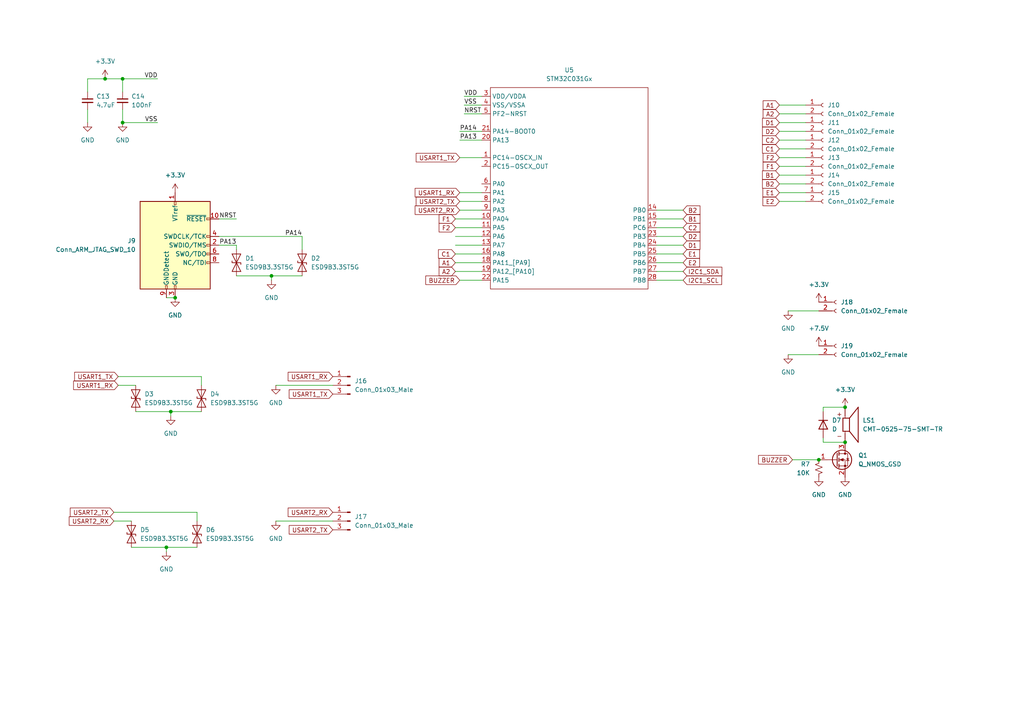
<source format=kicad_sch>
(kicad_sch (version 20250114) (generator "eeschema") (generator_version "9.0")
  (paper "A4")
  (lib_symbols
    (symbol "CMT-0525-75-SMT-TR:CMT-0525-75-SMT-TR" (pin_numbers (hide yes)) (pin_names (offset 1.016) (hide yes))
      (property "Reference" "LS" (at -3.81 8.89 0))
      (property "Value" "CMT-0525-75-SMT-TR" (at -3.81 -10.16 0))
      (symbol "CMT-0525-75-SMT-TR_0_0"
        (polyline (pts (xy -0.635 1.905) (xy -0.635 -1.905)) (stroke (width 0.254)))
        (polyline (pts (xy -0.635 1.905) (xy 0 1.905)) (stroke (width 0.254)))
        (polyline (pts (xy -0.635 -1.905) (xy 0 -1.905)) (stroke (width 0.254)))
        (polyline (pts (xy 0 2.54) (xy 0 1.905)) (stroke (width 0.1524)))
        (polyline (pts (xy 0 1.905) (xy 1.27 1.905)) (stroke (width 0.254)))
        (polyline (pts (xy 0 -1.905) (xy 1.27 -1.905)) (stroke (width 0.254)))
        (polyline (pts (xy 0 -2.54) (xy 0 -1.905)) (stroke (width 0.1524)))
        (polyline (pts (xy 1.27 1.905) (xy 3.81 5.08)) (stroke (width 0.254)))
        (polyline (pts (xy 1.27 -1.905) (xy 1.27 1.905)) (stroke (width 0.254)))
        (polyline (pts (xy 1.27 -1.905) (xy 3.81 -5.08)) (stroke (width 0.254)))
        (polyline (pts (xy 3.81 -5.08) (xy 3.81 5.08)) (stroke (width 0.254)))
        (text "+" (at -2.54 3.81 0) (effects (font (size 1.27 1.27)) (justify left top)))
        (text "-" (at -2.54 -2.54 0) (effects (font (size 1.27 1.27)) (justify left top)))
        (pin passive line (at 0 5.08 270) (length 2.54) (name "~") (number "P"))
        (pin passive line (at 0 -5.08 90) (length 2.54) (name "~") (number "N"))
      )
    )
    (symbol "Connector:Conn_01x02_Female" (pin_names (offset 1.016) (hide yes))
      (property "Reference" "J" (at 0 2.54 0))
      (property "Value" "Conn_01x02_Female" (at 0 -5.08 0))
      (symbol "Conn_01x02_Female_1_1"
        (polyline (pts (xy -1.27 0) (xy -0.508 0)) (stroke (width 0.1524)))
        (polyline (pts (xy -1.27 -2.54) (xy -0.508 -2.54)) (stroke (width 0.1524)))
        (arc (start 0 -0.508) (mid -0.5058 0) (end 0 0.508) (stroke (width 0.1524)))
        (arc (start 0 -3.048) (mid -0.5058 -2.54) (end 0 -2.032) (stroke (width 0.1524)))
        (pin passive line (at -5.08 0 0) (length 3.81) (name "Pin_1") (number "1"))
        (pin passive line (at -5.08 -2.54 0) (length 3.81) (name "Pin_2") (number "2"))
      )
    )
    (symbol "Connector:Conn_01x03_Male" (pin_names (offset 1.016) (hide yes))
      (property "Reference" "J" (at 0 5.08 0))
      (property "Value" "Conn_01x03_Male" (at 0 -5.08 0))
      (symbol "Conn_01x03_Male_1_1"
        (rectangle (start 0.8636 2.667) (end 0 2.413) (stroke (width 0.1524)) (fill (type outline)))
        (rectangle (start 0.8636 0.127) (end 0 -0.127) (stroke (width 0.1524)) (fill (type outline)))
        (rectangle (start 0.8636 -2.413) (end 0 -2.667) (stroke (width 0.1524)) (fill (type outline)))
        (polyline (pts (xy 1.27 2.54) (xy 0.8636 2.54)) (stroke (width 0.1524)))
        (polyline (pts (xy 1.27 0) (xy 0.8636 0)) (stroke (width 0.1524)))
        (polyline (pts (xy 1.27 -2.54) (xy 0.8636 -2.54)) (stroke (width 0.1524)))
        (pin passive line (at 5.08 2.54 180) (length 3.81) (name "Pin_1") (number "1"))
        (pin passive line (at 5.08 0 180) (length 3.81) (name "Pin_2") (number "2"))
        (pin passive line (at 5.08 -2.54 180) (length 3.81) (name "Pin_3") (number "3"))
      )
    )
    (symbol "Connector:Conn_ARM_JTAG_SWD_10" (pin_names (offset 1.016))
      (property "Reference" "J" (at -2.54 16.51 0))
      (property "Value" "Conn_ARM_JTAG_SWD_10" (at -2.54 13.97 0))
      (symbol "Conn_ARM_JTAG_SWD_10_0_1"
        (rectangle (start -10.16 12.7) (end 10.16 -12.7) (stroke (width 0.254)) (fill (type background)))
        (rectangle (start -2.794 -12.7) (end -2.286 -11.684))
        (rectangle (start -0.254 12.7) (end 0.254 11.684))
        (rectangle (start -0.254 -12.7) (end 0.254 -11.684))
        (rectangle (start 9.144 2.286) (end 10.16 2.794))
        (rectangle (start 10.16 7.874) (end 9.144 7.366))
        (rectangle (start 10.16 -0.254) (end 9.144 0.254))
        (rectangle (start 10.16 -2.794) (end 9.144 -2.286))
      )
      (symbol "Conn_ARM_JTAG_SWD_10_1_1"
        (rectangle (start 9.144 -5.334) (end 10.16 -4.826))
        (pin no_connect line (at -10.16 0 0) (length 2.54) (hide yes) (name "KEY") (number "7"))
        (pin passive line (at -2.54 -15.24 90) (length 2.54) (name "GNDDetect") (number "9"))
        (pin power_in line (at 0 15.24 270) (length 2.54) (name "VTref") (number "1"))
        (pin power_in line (at 0 -15.24 90) (length 2.54) (name "GND") (number "3"))
        (pin passive line (at 0 -15.24 90) (length 2.54) (hide yes) (name "GND") (number "5"))
        (pin open_collector line (at 12.7 7.62 180) (length 2.54) (name "~{RESET}") (number "10"))
        (pin output line (at 12.7 2.54 180) (length 2.54) (name "SWDCLK/TCK") (number "4"))
        (pin bidirectional line (at 12.7 0 180) (length 2.54) (name "SWDIO/TMS") (number "2"))
        (pin input line (at 12.7 -2.54 180) (length 2.54) (name "SWO/TDO") (number "6"))
        (pin output line (at 12.7 -5.08 180) (length 2.54) (name "NC/TDI") (number "8"))
      )
    )
    (symbol "Device:C_Small" (pin_numbers (hide yes)) (pin_names (offset 0.254) (hide yes))
      (property "Reference" "C" (at 0.254 1.778 0))
      (property "Value" "C_Small" (at 0.254 -2.032 0))
      (symbol "C_Small_0_1"
        (polyline (pts (xy -1.524 0.508) (xy 1.524 0.508)) (stroke (width 0.3048)))
        (polyline (pts (xy -1.524 -0.508) (xy 1.524 -0.508)) (stroke (width 0.3302)))
      )
      (symbol "C_Small_1_1"
        (pin passive line (at 0 2.54 270) (length 2.032) (name "~") (number "1"))
        (pin passive line (at 0 -2.54 90) (length 2.032) (name "~") (number "2"))
      )
    )
    (symbol "Device:D" (pin_numbers (hide yes)) (pin_names (offset 1.016) (hide yes))
      (property "Reference" "D" (at 0 2.54 0))
      (property "Value" "D" (at 0 -2.54 0))
      (symbol "D_0_1"
        (polyline (pts (xy -1.27 1.27) (xy -1.27 -1.27)) (stroke (width 0.254)))
        (polyline (pts (xy 1.27 1.27) (xy 1.27 -1.27) (xy -1.27 0) (xy 1.27 1.27)) (stroke (width 0.254)))
        (polyline (pts (xy 1.27 0) (xy -1.27 0)))
      )
      (symbol "D_1_1"
        (pin passive line (at -3.81 0 0) (length 2.54) (name "K") (number "1"))
        (pin passive line (at 3.81 0 180) (length 2.54) (name "A") (number "2"))
      )
    )
    (symbol "Device:R_Small_US" (pin_numbers (hide yes)) (pin_names (offset 0.254) (hide yes))
      (property "Reference" "R" (at 0.762 0.508 0))
      (property "Value" "R_Small_US" (at 0.762 -1.016 0))
      (symbol "R_Small_US_1_1"
        (polyline (pts (xy 0 1.524) (xy 1.016 1.143) (xy 0 0.762) (xy -1.016 0.381) (xy 0 0)))
        (polyline (pts (xy 0 0) (xy 1.016 -0.381) (xy 0 -0.762) (xy -1.016 -1.143) (xy 0 -1.524)))
        (pin passive line (at 0 2.54 270) (length 1.016) (name "~") (number "1"))
        (pin passive line (at 0 -2.54 90) (length 1.016) (name "~") (number "2"))
      )
    )
    (symbol "Diode:ESD9B3.3ST5G" (pin_numbers (hide yes)) (pin_names (offset 1.016) (hide yes))
      (property "Reference" "D" (at 0 2.54 0))
      (property "Value" "ESD9B3.3ST5G" (at 0 -2.54 0))
      (symbol "ESD9B3.3ST5G_0_1"
        (polyline (pts (xy -2.54 -1.27) (xy 0 0) (xy -2.54 1.27) (xy -2.54 -1.27)) (stroke (width 0.2032)))
        (polyline (pts (xy 0.508 1.27) (xy 0 1.27) (xy 0 -1.27) (xy -0.508 -1.27)) (stroke (width 0.2032)))
        (polyline (pts (xy 1.27 0) (xy -1.27 0)))
        (polyline (pts (xy 2.54 1.27) (xy 2.54 -1.27) (xy 0 0) (xy 2.54 1.27)) (stroke (width 0.2032)))
      )
      (symbol "ESD9B3.3ST5G_1_1"
        (pin passive line (at -3.81 0 0) (length 2.54) (name "A1") (number "1"))
        (pin passive line (at 3.81 0 180) (length 2.54) (name "A2") (number "2"))
      )
    )
    (symbol "STM32C031G:STM32C031Gx"
      (property "Reference" "U" (at 0 -2.54 0))
      (property "Value" "STM32C031Gx" (at 16.51 -64.77 0))
      (symbol "STM32C031Gx_0_1"
        (rectangle (start -22.86 -5.08) (end 22.86 -63.5))
      )
      (symbol "STM32C031Gx_1_1"
        (pin input line (at -25.4 -7.62 0) (length 2.54) (name "VDD/VDDA") (number "3"))
        (pin input line (at -25.4 -10.16 0) (length 2.54) (name "VSS/VSSA") (number "4"))
        (pin input line (at -25.4 -12.7 0) (length 2.54) (name "PF2-NRST") (number "5"))
        (pin input line (at -25.4 -17.78 0) (length 2.54) (name "PA14-BOOT0") (number "21"))
        (pin input line (at -25.4 -20.32 0) (length 2.54) (name "PA13") (number "20"))
        (pin input line (at -25.4 -25.4 0) (length 2.54) (name "PC14-OSCX_IN") (number "1"))
        (pin input line (at -25.4 -27.94 0) (length 2.54) (name "PC15-OSCX_OUT") (number "2"))
        (pin input line (at -25.4 -33.02 0) (length 2.54) (name "PA0") (number "6"))
        (pin input line (at -25.4 -35.56 0) (length 2.54) (name "PA1") (number "7"))
        (pin input line (at -25.4 -38.1 0) (length 2.54) (name "PA2") (number "8"))
        (pin input line (at -25.4 -40.64 0) (length 2.54) (name "PA3") (number "9"))
        (pin input line (at -25.4 -43.18 0) (length 2.54) (name "PA04") (number "10"))
        (pin input line (at -25.4 -45.72 0) (length 2.54) (name "PA5") (number "11"))
        (pin input line (at -25.4 -48.26 0) (length 2.54) (name "PA6") (number "12"))
        (pin input line (at -25.4 -50.8 0) (length 2.54) (name "PA7") (number "13"))
        (pin input line (at -25.4 -53.34 0) (length 2.54) (name "PA8") (number "16"))
        (pin input line (at -25.4 -55.88 0) (length 2.54) (name "PA11_[PA9]") (number "18"))
        (pin input line (at -25.4 -58.42 0) (length 2.54) (name "PA12_[PA10]") (number "19"))
        (pin input line (at -25.4 -60.96 0) (length 2.54) (name "PA15") (number "22"))
        (pin input line (at 25.4 -40.64 180) (length 2.54) (name "PB0") (number "14"))
        (pin input line (at 25.4 -43.18 180) (length 2.54) (name "PB1") (number "15"))
        (pin input line (at 25.4 -45.72 180) (length 2.54) (name "PC6") (number "17"))
        (pin input line (at 25.4 -48.26 180) (length 2.54) (name "PB3") (number "23"))
        (pin input line (at 25.4 -50.8 180) (length 2.54) (name "PB4") (number "24"))
        (pin input line (at 25.4 -53.34 180) (length 2.54) (name "PB5") (number "25"))
        (pin input line (at 25.4 -55.88 180) (length 2.54) (name "PB6") (number "26"))
        (pin input line (at 25.4 -58.42 180) (length 2.54) (name "PB7") (number "27"))
        (pin input line (at 25.4 -60.96 180) (length 2.54) (name "PB8") (number "28"))
      )
    )
    (symbol "Transistor_FET:Q_NMOS_GSD" (pin_names (offset 0) (hide yes))
      (property "Reference" "Q" (at 5.08 1.905 0))
      (property "Value" "Q_NMOS_GSD" (at 5.08 0 0))
      (symbol "Q_NMOS_GSD_0_1"
        (polyline (pts (xy 0.254 1.905) (xy 0.254 -1.905)) (stroke (width 0.254)))
        (polyline (pts (xy 0.254 0) (xy -2.54 0)))
        (polyline (pts (xy 0.762 2.286) (xy 0.762 1.27)) (stroke (width 0.254)))
        (polyline (pts (xy 0.762 0.508) (xy 0.762 -0.508)) (stroke (width 0.254)))
        (polyline (pts (xy 0.762 -1.27) (xy 0.762 -2.286)) (stroke (width 0.254)))
        (polyline (pts (xy 0.762 -1.778) (xy 3.302 -1.778) (xy 3.302 1.778) (xy 0.762 1.778)))
        (polyline (pts (xy 1.016 0) (xy 2.032 0.381) (xy 2.032 -0.381) (xy 1.016 0)) (fill (type outline)))
        (circle (center 1.651 0) (radius 2.794) (stroke (width 0.254)))
        (polyline (pts (xy 2.54 2.54) (xy 2.54 1.778)))
        (circle (center 2.54 1.778) (radius 0.254) (fill (type outline)))
        (circle (center 2.54 -1.778) (radius 0.254) (fill (type outline)))
        (polyline (pts (xy 2.54 -2.54) (xy 2.54 0) (xy 0.762 0)))
        (polyline (pts (xy 2.921 0.381) (xy 3.683 0.381)))
        (polyline (pts (xy 3.302 0.381) (xy 2.921 -0.254) (xy 3.683 -0.254) (xy 3.302 0.381)))
      )
      (symbol "Q_NMOS_GSD_1_1"
        (pin input line (at -5.08 0 0) (length 2.54) (name "G") (number "1"))
        (pin passive line (at 2.54 5.08 270) (length 2.54) (name "D") (number "3"))
        (pin passive line (at 2.54 -5.08 90) (length 2.54) (name "S") (number "2"))
      )
    )
    (symbol "power:+3.3V" (power) (pin_names (offset 0))
      (property "Value" "+3.3V" (at 0 3.556 0))
      (symbol "+3.3V_0_1"
        (polyline (pts (xy -0.762 1.27) (xy 0 2.54)))
        (polyline (pts (xy 0 2.54) (xy 0.762 1.27)))
        (polyline (pts (xy 0 0) (xy 0 2.54)))
      )
      (symbol "+3.3V_1_1"
        (pin power_in line (at 0 0 90) (length 0) (hide yes) (name "+3.3V") (number "1"))
      )
    )
    (symbol "power:+7.5V" (power) (pin_names (offset 0))
      (property "Value" "+7.5V" (at 0 3.556 0))
      (symbol "+7.5V_0_1"
        (polyline (pts (xy -0.762 1.27) (xy 0 2.54)))
        (polyline (pts (xy 0 2.54) (xy 0.762 1.27)))
        (polyline (pts (xy 0 0) (xy 0 2.54)))
      )
      (symbol "+7.5V_1_1"
        (pin power_in line (at 0 0 90) (length 0) (hide yes) (name "+7.5V") (number "1"))
      )
    )
    (symbol "power:GND" (power) (pin_names (offset 0))
      (property "Value" "GND" (at 0 -3.81 0))
      (symbol "GND_0_1"
        (polyline (pts (xy 0 0) (xy 0 -1.27) (xy 1.27 -1.27) (xy 0 -2.54) (xy -1.27 -1.27) (xy 0 -1.27)))
      )
      (symbol "GND_1_1"
        (pin power_in line (at 0 0 270) (length 0) (hide yes) (name "GND") (number "1"))
      )
    )
  )
  (junction (at 245.11 118.11))
  (junction (at 245.11 128.27))
  (junction (at 48.26 158.75))
  (junction (at 35.56 35.56))
  (junction (at 35.56 22.86))
  (junction (at 237.49 133.35))
  (junction (at 50.8 86.36))
  (junction (at 30.48 22.86))
  (junction (at 49.53 119.38))
  (junction (at 78.74 80.01))
  (wire (pts (xy 229.87 133.35) (xy 237.49 133.35)))
  (wire (pts (xy 38.1 158.75) (xy 48.26 158.75)))
  (wire (pts (xy 57.15 148.59) (xy 57.15 151.13)))
  (wire (pts (xy 134.62 33.02) (xy 139.7 33.02)))
  (wire (pts (xy 226.06 38.1) (xy 233.68 38.1)))
  (wire (pts (xy 63.5 68.58) (xy 87.63 68.58)))
  (wire (pts (xy 133.35 60.96) (xy 139.7 60.96)))
  (wire (pts (xy 132.08 68.58) (xy 139.7 68.58)))
  (wire (pts (xy 63.5 71.12) (xy 68.58 71.12)))
  (wire (pts (xy 35.56 31.75) (xy 35.56 35.56)))
  (wire (pts (xy 198.12 71.12) (xy 190.5 71.12)))
  (wire (pts (xy 33.02 151.13) (xy 38.1 151.13)))
  (wire (pts (xy 132.08 73.66) (xy 139.7 73.66)))
  (wire (pts (xy 198.12 78.74) (xy 190.5 78.74)))
  (wire (pts (xy 139.7 40.64) (xy 133.35 40.64)))
  (wire (pts (xy 226.06 30.48) (xy 233.68 30.48)))
  (wire (pts (xy 39.37 119.38) (xy 49.53 119.38)))
  (wire (pts (xy 226.06 40.64) (xy 233.68 40.64)))
  (wire (pts (xy 133.35 81.28) (xy 139.7 81.28)))
  (wire (pts (xy 63.5 63.5) (xy 68.58 63.5)))
  (wire (pts (xy 48.26 158.75) (xy 48.26 160.02)))
  (wire (pts (xy 58.42 109.22) (xy 58.42 111.76)))
  (wire (pts (xy 34.29 109.22) (xy 58.42 109.22)))
  (wire (pts (xy 228.6 90.17) (xy 237.49 90.17)))
  (wire (pts (xy 48.26 158.75) (xy 57.15 158.75)))
  (wire (pts (xy 226.06 35.56) (xy 233.68 35.56)))
  (wire (pts (xy 238.76 128.27) (xy 245.11 128.27)))
  (wire (pts (xy 132.08 66.04) (xy 139.7 66.04)))
  (wire (pts (xy 49.53 119.38) (xy 49.53 120.65)))
  (wire (pts (xy 226.06 43.18) (xy 233.68 43.18)))
  (wire (pts (xy 238.76 118.11) (xy 245.11 118.11)))
  (wire (pts (xy 237.49 102.87) (xy 228.6 102.87)))
  (wire (pts (xy 134.62 30.48) (xy 139.7 30.48)))
  (wire (pts (xy 238.76 128.27) (xy 238.76 127)))
  (wire (pts (xy 226.06 50.8) (xy 233.68 50.8)))
  (wire (pts (xy 133.35 45.72) (xy 139.7 45.72)))
  (wire (pts (xy 48.26 86.36) (xy 50.8 86.36)))
  (wire (pts (xy 226.06 58.42) (xy 233.68 58.42)))
  (wire (pts (xy 80.01 151.13) (xy 96.52 151.13)))
  (wire (pts (xy 78.74 80.01) (xy 87.63 80.01)))
  (wire (pts (xy 133.35 55.88) (xy 139.7 55.88)))
  (wire (pts (xy 238.76 119.38) (xy 238.76 118.11)))
  (wire (pts (xy 35.56 22.86) (xy 35.56 26.67)))
  (wire (pts (xy 34.29 111.76) (xy 39.37 111.76)))
  (wire (pts (xy 132.08 76.2) (xy 139.7 76.2)))
  (wire (pts (xy 25.4 22.86) (xy 25.4 26.67)))
  (wire (pts (xy 198.12 81.28) (xy 190.5 81.28)))
  (wire (pts (xy 190.5 76.2) (xy 198.12 76.2)))
  (wire (pts (xy 25.4 22.86) (xy 30.48 22.86)))
  (wire (pts (xy 190.5 73.66) (xy 198.12 73.66)))
  (wire (pts (xy 33.02 148.59) (xy 57.15 148.59)))
  (wire (pts (xy 226.06 48.26) (xy 233.68 48.26)))
  (wire (pts (xy 25.4 35.56) (xy 25.4 31.75)))
  (wire (pts (xy 226.06 53.34) (xy 233.68 53.34)))
  (wire (pts (xy 133.35 58.42) (xy 139.7 58.42)))
  (wire (pts (xy 198.12 68.58) (xy 190.5 68.58)))
  (wire (pts (xy 198.12 60.96) (xy 190.5 60.96)))
  (wire (pts (xy 226.06 45.72) (xy 233.68 45.72)))
  (wire (pts (xy 226.06 55.88) (xy 233.68 55.88)))
  (wire (pts (xy 30.48 22.86) (xy 35.56 22.86)))
  (wire (pts (xy 198.12 63.5) (xy 190.5 63.5)))
  (wire (pts (xy 35.56 35.56) (xy 45.72 35.56)))
  (wire (pts (xy 49.53 119.38) (xy 58.42 119.38)))
  (wire (pts (xy 78.74 80.01) (xy 78.74 81.28)))
  (wire (pts (xy 68.58 80.01) (xy 78.74 80.01)))
  (wire (pts (xy 139.7 38.1) (xy 133.35 38.1)))
  (wire (pts (xy 68.58 71.12) (xy 68.58 72.39)))
  (wire (pts (xy 87.63 68.58) (xy 87.63 72.39)))
  (wire (pts (xy 198.12 66.04) (xy 190.5 66.04)))
  (wire (pts (xy 35.56 22.86) (xy 45.72 22.86)))
  (wire (pts (xy 132.08 63.5) (xy 139.7 63.5)))
  (wire (pts (xy 134.62 27.94) (xy 139.7 27.94)))
  (wire (pts (xy 80.01 111.76) (xy 96.52 111.76)))
  (wire (pts (xy 132.08 71.12) (xy 139.7 71.12)))
  (wire (pts (xy 226.06 33.02) (xy 233.68 33.02)))
  (wire (pts (xy 132.08 78.74) (xy 139.7 78.74)))
  (label "PA14" (at 87.63 68.58 180))
  (label "PA14" (at 133.35 38.1 0))
  (label "VDD" (at 45.72 22.86 180))
  (label "PA13" (at 133.35 40.64 0))
  (label "NRST" (at 134.62 33.02 0))
  (label "VSS" (at 134.62 30.48 0))
  (label "NRST" (at 68.58 63.5 180))
  (label "VDD" (at 134.62 27.94 0))
  (label "VSS" (at 45.72 35.56 180))
  (label "PA13" (at 68.58 71.12 180))
  (global_label "A2" (shape input) (at 226.06 33.02 180) (property "Intersheetrefs" "${INTERSHEET_REFS}" (effects (hide yes))))
  (global_label "C1" (shape input) (at 226.06 43.18 180) (property "Intersheetrefs" "${INTERSHEET_REFS}" (effects (hide yes))))
  (global_label "B2" (shape input) (at 198.12 60.96 0) (property "Intersheetrefs" "${INTERSHEET_REFS}" (effects (hide yes))))
  (global_label "F2" (shape input) (at 132.08 66.04 180) (property "Intersheetrefs" "${INTERSHEET_REFS}" (effects (hide yes))))
  (global_label "D2" (shape input) (at 226.06 38.1 180) (property "Intersheetrefs" "${INTERSHEET_REFS}" (effects (hide yes))))
  (global_label "B2" (shape input) (at 226.06 53.34 180) (property "Intersheetrefs" "${INTERSHEET_REFS}" (effects (hide yes))))
  (global_label "C2" (shape input) (at 226.06 40.64 180) (property "Intersheetrefs" "${INTERSHEET_REFS}" (effects (hide yes))))
  (global_label "C1" (shape input) (at 132.08 73.66 180) (property "Intersheetrefs" "${INTERSHEET_REFS}" (effects (hide yes))))
  (global_label "USART1_RX" (shape input) (at 96.52 109.22 180) (property "Intersheetrefs" "${INTERSHEET_REFS}" (effects (hide yes))))
  (global_label "E2" (shape input) (at 198.12 76.2 0) (property "Intersheetrefs" "${INTERSHEET_REFS}" (effects (hide yes))))
  (global_label "BUZZER" (shape input) (at 229.87 133.35 180) (property "Intersheetrefs" "${INTERSHEET_REFS}" (effects (hide yes))))
  (global_label "B1" (shape input) (at 198.12 63.5 0) (property "Intersheetrefs" "${INTERSHEET_REFS}" (effects (hide yes))))
  (global_label "USART2_RX" (shape input) (at 96.52 148.59 180) (property "Intersheetrefs" "${INTERSHEET_REFS}" (effects (hide yes))))
  (global_label "USART2_TX" (shape input) (at 96.52 153.67 180) (property "Intersheetrefs" "${INTERSHEET_REFS}" (effects (hide yes))))
  (global_label "F2" (shape input) (at 226.06 45.72 180) (property "Intersheetrefs" "${INTERSHEET_REFS}" (effects (hide yes))))
  (global_label "D2" (shape input) (at 198.12 68.58 0) (property "Intersheetrefs" "${INTERSHEET_REFS}" (effects (hide yes))))
  (global_label "A2" (shape input) (at 132.08 78.74 180) (property "Intersheetrefs" "${INTERSHEET_REFS}" (effects (hide yes))))
  (global_label "USART1_RX" (shape input) (at 133.35 55.88 180) (property "Intersheetrefs" "${INTERSHEET_REFS}" (effects (hide yes))))
  (global_label "USART2_RX" (shape input) (at 33.02 151.13 180) (property "Intersheetrefs" "${INTERSHEET_REFS}" (effects (hide yes))))
  (global_label "F1" (shape input) (at 132.08 63.5 180) (property "Intersheetrefs" "${INTERSHEET_REFS}" (effects (hide yes))))
  (global_label "A1" (shape input) (at 226.06 30.48 180) (property "Intersheetrefs" "${INTERSHEET_REFS}" (effects (hide yes))))
  (global_label "USART1_RX" (shape input) (at 34.29 111.76 180) (property "Intersheetrefs" "${INTERSHEET_REFS}" (effects (hide yes))))
  (global_label "E2" (shape input) (at 226.06 58.42 180) (property "Intersheetrefs" "${INTERSHEET_REFS}" (effects (hide yes))))
  (global_label "USART1_TX" (shape input) (at 133.35 45.72 180) (property "Intersheetrefs" "${INTERSHEET_REFS}" (effects (hide yes))))
  (global_label "E1" (shape input) (at 226.06 55.88 180) (property "Intersheetrefs" "${INTERSHEET_REFS}" (effects (hide yes))))
  (global_label "F1" (shape input) (at 226.06 48.26 180) (property "Intersheetrefs" "${INTERSHEET_REFS}" (effects (hide yes))))
  (global_label "A1" (shape input) (at 132.08 76.2 180) (property "Intersheetrefs" "${INTERSHEET_REFS}" (effects (hide yes))))
  (global_label "E1" (shape input) (at 198.12 73.66 0) (property "Intersheetrefs" "${INTERSHEET_REFS}" (effects (hide yes))))
  (global_label "I2C1_SCL" (shape input) (at 198.12 81.28 0) (property "Intersheetrefs" "${INTERSHEET_REFS}" (effects (hide yes))))
  (global_label "B1" (shape input) (at 226.06 50.8 180) (property "Intersheetrefs" "${INTERSHEET_REFS}" (effects (hide yes))))
  (global_label "USART2_RX" (shape input) (at 133.35 60.96 180) (property "Intersheetrefs" "${INTERSHEET_REFS}" (effects (hide yes))))
  (global_label "BUZZER" (shape input) (at 133.35 81.28 180) (property "Intersheetrefs" "${INTERSHEET_REFS}" (effects (hide yes))))
  (global_label "USART2_TX" (shape input) (at 33.02 148.59 180) (property "Intersheetrefs" "${INTERSHEET_REFS}" (effects (hide yes))))
  (global_label "USART1_TX" (shape input) (at 96.52 114.3 180) (property "Intersheetrefs" "${INTERSHEET_REFS}" (effects (hide yes))))
  (global_label "USART2_TX" (shape input) (at 133.35 58.42 180) (property "Intersheetrefs" "${INTERSHEET_REFS}" (effects (hide yes))))
  (global_label "D1" (shape input) (at 198.12 71.12 0) (property "Intersheetrefs" "${INTERSHEET_REFS}" (effects (hide yes))))
  (global_label "USART1_TX" (shape input) (at 34.29 109.22 180) (property "Intersheetrefs" "${INTERSHEET_REFS}" (effects (hide yes))))
  (global_label "C2" (shape input) (at 198.12 66.04 0) (property "Intersheetrefs" "${INTERSHEET_REFS}" (effects (hide yes))))
  (global_label "D1" (shape input) (at 226.06 35.56 180) (property "Intersheetrefs" "${INTERSHEET_REFS}" (effects (hide yes))))
  (global_label "I2C1_SDA" (shape input) (at 198.12 78.74 0) (property "Intersheetrefs" "${INTERSHEET_REFS}" (effects (hide yes))))
  (symbol (lib_id "Device:C_Small") (at 35.56 29.21 0) (unit 1)
    (property "Reference" "C14" (at 38.1 27.9462 0) (effects (justify left)))
    (property "Value" "100nF" (at 38.1 30.4862 0) (effects (justify left)))
    (property "Footprint" "Capacitor_SMD:C_0603_1608Metric_Pad1.08x0.95mm_HandSolder" (effects (hide yes)))
  )
  (symbol (lib_id "Diode:ESD9B3.3ST5G") (at 87.63 76.2 90) (unit 1)
    (property "Reference" "D2" (at 90.17 74.9299 90) (effects (justify right)))
    (property "Value" "ESD9B3.3ST5G" (at 90.17 77.4699 90) (effects (justify right)))
    (property "Footprint" "Diode_SMD:D_SOD-923" (effects (hide yes)))
    (property "Datasheet" "https://www.onsemi.com/pub/Collateral/ESD9B-D.PDF" (effects (hide yes)))
  )
  (symbol (lib_id "Connector:Conn_01x02_Female") (at 238.76 45.72 0) (unit 1)
    (property "Reference" "J13" (at 240.03 45.7199 0) (effects (justify left)))
    (property "Value" "Conn_01x02_Female" (at 240.03 48.26 0) (effects (justify left)))
    (property "Footprint" "Connector_PinSocket_2.54mm:PinSocket_1x02_P2.54mm_Vertical" (effects (hide yes)))
  )
  (symbol (lib_id "Connector:Conn_01x03_Male") (at 101.6 111.76 0) (mirror y) (unit 1)
    (property "Reference" "J16" (at 102.87 110.4899 0) (effects (justify right)))
    (property "Value" "Conn_01x03_Male" (at 102.87 113.0299 0) (effects (justify right)))
    (property "Footprint" "Connector_JST:JST_PH_S3B-PH-K_1x03_P2.00mm_Horizontal" (effects (hide yes)))
  )
  (symbol (lib_id "Connector:Conn_01x03_Male") (at 101.6 151.13 0) (mirror y) (unit 1)
    (property "Reference" "J17" (at 102.87 149.8599 0) (effects (justify right)))
    (property "Value" "Conn_01x03_Male" (at 102.87 152.3999 0) (effects (justify right)))
    (property "Footprint" "Connector_JST:JST_PH_S3B-PH-K_1x03_P2.00mm_Horizontal" (effects (hide yes)))
  )
  (symbol (lib_id "Connector:Conn_01x02_Female") (at 238.76 50.8 0) (unit 1)
    (property "Reference" "J14" (at 240.03 50.7999 0) (effects (justify left)))
    (property "Value" "Conn_01x02_Female" (at 240.03 53.3399 0) (effects (justify left)))
    (property "Footprint" "Connector_PinSocket_2.54mm:PinSocket_1x02_P2.54mm_Vertical" (effects (hide yes)))
  )
  (symbol (lib_id "power:GND") (at 50.8 86.36 0) (unit 1)
    (property "Reference" "#PWR0110" (effects (hide yes)))
    (property "Value" "GND" (at 50.8 91.44 0))
  )
  (symbol (lib_id "power:+7.5V") (at 237.49 100.33 0) (unit 1)
    (property "Reference" "#PWR0121" (effects (hide yes)))
    (property "Value" "+7.5V" (at 237.49 95.25 0))
  )
  (symbol (lib_id "power:+3.3V") (at 30.48 22.86 0) (unit 1)
    (property "Reference" "#PWR0115" (effects (hide yes)))
    (property "Value" "+3.3V" (at 30.48 17.78 0))
  )
  (symbol (lib_id "Device:R_Small_US") (at 237.49 135.89 0) (mirror y) (unit 1)
    (property "Reference" "R7" (at 234.95 134.6199 0) (effects (justify left)))
    (property "Value" "10K" (at 234.95 137.1599 0) (effects (justify left)))
    (property "Footprint" "Resistor_SMD:R_0805_2012Metric_Pad1.20x1.40mm_HandSolder" (effects (hide yes)))
    (property "Description" "Resistor, small US symbol" (effects (hide yes)))
  )
  (symbol (lib_id "Connector:Conn_01x02_Female") (at 238.76 35.56 0) (unit 1)
    (property "Reference" "J11" (at 240.03 35.5599 0) (effects (justify left)))
    (property "Value" "Conn_01x02_Female" (at 240.03 38.0999 0) (effects (justify left)))
    (property "Footprint" "Connector_PinSocket_2.54mm:PinSocket_1x02_P2.54mm_Vertical" (effects (hide yes)))
  )
  (symbol (lib_id "Connector:Conn_01x02_Female") (at 242.57 100.33 0) (unit 1)
    (property "Reference" "J19" (at 243.84 100.3299 0) (effects (justify left)))
    (property "Value" "Conn_01x02_Female" (at 243.84 102.8699 0) (effects (justify left)))
    (property "Footprint" "Connector_PinSocket_2.54mm:PinSocket_1x02_P2.54mm_Vertical" (effects (hide yes)))
  )
  (symbol (lib_id "power:GND") (at 228.6 102.87 0) (unit 1)
    (property "Reference" "#PWR0122" (effects (hide yes)))
    (property "Value" "GND" (at 228.6 107.95 0))
  )
  (symbol (lib_id "Connector:Conn_01x02_Female") (at 238.76 40.64 0) (unit 1)
    (property "Reference" "J12" (at 240.03 40.6399 0) (effects (justify left)))
    (property "Value" "Conn_01x02_Female" (at 240.03 43.1799 0) (effects (justify left)))
    (property "Footprint" "Connector_PinSocket_2.54mm:PinSocket_1x02_P2.54mm_Vertical" (effects (hide yes)))
  )
  (symbol (lib_id "Diode:ESD9B3.3ST5G") (at 57.15 154.94 90) (unit 1)
    (property "Reference" "D6" (at 59.69 153.6699 90) (effects (justify right)))
    (property "Value" "ESD9B3.3ST5G" (at 59.69 156.2099 90) (effects (justify right)))
    (property "Footprint" "Diode_SMD:D_SOD-923" (effects (hide yes)))
    (property "Datasheet" "https://www.onsemi.com/pub/Collateral/ESD9B-D.PDF" (effects (hide yes)))
  )
  (symbol (lib_id "power:+3.3V") (at 237.49 87.63 0) (unit 1)
    (property "Reference" "#PWR0119" (effects (hide yes)))
    (property "Value" "+3.3V" (at 237.49 82.55 0))
  )
  (symbol (lib_id "power:GND") (at 25.4 35.56 0) (unit 1)
    (property "Reference" "#PWR0116" (effects (hide yes)))
    (property "Value" "GND" (at 25.4 40.64 0))
  )
  (symbol (lib_id "power:GND") (at 49.53 120.65 0) (unit 1)
    (property "Reference" "#PWR0109" (effects (hide yes)))
    (property "Value" "GND" (at 49.53 125.73 0))
  )
  (symbol (lib_id "power:GND") (at 80.01 151.13 0) (unit 1)
    (property "Reference" "#PWR0113" (effects (hide yes)))
    (property "Value" "GND" (at 80.01 156.21 0))
  )
  (symbol (lib_id "Connector:Conn_01x02_Female") (at 238.76 55.88 0) (unit 1)
    (property "Reference" "J15" (at 240.03 55.8799 0) (effects (justify left)))
    (property "Value" "Conn_01x02_Female" (at 240.03 58.4199 0) (effects (justify left)))
    (property "Footprint" "Connector_PinSocket_2.54mm:PinSocket_1x02_P2.54mm_Vertical" (effects (hide yes)))
  )
  (symbol (lib_id "Diode:ESD9B3.3ST5G") (at 58.42 115.57 90) (unit 1)
    (property "Reference" "D4" (at 60.96 114.2999 90) (effects (justify right)))
    (property "Value" "ESD9B3.3ST5G" (at 60.96 116.8399 90) (effects (justify right)))
    (property "Footprint" "Diode_SMD:D_SOD-923" (effects (hide yes)))
    (property "Datasheet" "https://www.onsemi.com/pub/Collateral/ESD9B-D.PDF" (effects (hide yes)))
  )
  (symbol (lib_id "power:GND") (at 80.01 111.76 0) (unit 1)
    (property "Reference" "#PWR0111" (effects (hide yes)))
    (property "Value" "GND" (at 80.01 116.84 0))
  )
  (symbol (lib_id "Diode:ESD9B3.3ST5G") (at 68.58 76.2 90) (unit 1)
    (property "Reference" "D1" (at 71.12 74.9299 90) (effects (justify right)))
    (property "Value" "ESD9B3.3ST5G" (at 71.12 77.4699 90) (effects (justify right)))
    (property "Footprint" "Diode_SMD:D_SOD-923" (effects (hide yes)))
    (property "Datasheet" "https://www.onsemi.com/pub/Collateral/ESD9B-D.PDF" (effects (hide yes)))
  )
  (symbol (lib_id "Diode:ESD9B3.3ST5G") (at 39.37 115.57 90) (unit 1)
    (property "Reference" "D3" (at 41.91 114.2999 90) (effects (justify right)))
    (property "Value" "ESD9B3.3ST5G" (at 41.91 116.8399 90) (effects (justify right)))
    (property "Footprint" "Diode_SMD:D_SOD-923" (effects (hide yes)))
    (property "Datasheet" "https://www.onsemi.com/pub/Collateral/ESD9B-D.PDF" (effects (hide yes)))
  )
  (symbol (lib_id "power:GND") (at 78.74 81.28 0) (unit 1)
    (property "Reference" "#PWR0112" (effects (hide yes)))
    (property "Value" "GND" (at 78.74 86.36 0))
  )
  (symbol (lib_id "Connector:Conn_ARM_JTAG_SWD_10") (at 50.8 71.12 0) (unit 1)
    (property "Reference" "J9" (at 39.37 69.8499 0) (effects (justify right)))
    (property "Value" "Conn_ARM_JTAG_SWD_10" (at 39.37 72.3899 0) (effects (justify right)))
    (property "Footprint" "Connector_PinHeader_1.27mm:PinHeader_2x05_P1.27mm_Vertical" (effects (hide yes)))
    (property "Datasheet" "http://infocenter.arm.com/help/topic/com.arm.doc.ddi0314h/DDI0314H_coresight_components_trm.pdf" (effects (hide yes)))
  )
  (symbol (lib_id "power:GND") (at 228.6 90.17 0) (unit 1)
    (property "Reference" "#PWR0120" (effects (hide yes)))
    (property "Value" "GND" (at 228.6 95.25 0))
  )
  (symbol (lib_id "Connector:Conn_01x02_Female") (at 238.76 30.48 0) (unit 1)
    (property "Reference" "J10" (at 240.03 30.4799 0) (effects (justify left)))
    (property "Value" "Conn_01x02_Female" (at 240.03 33.0199 0) (effects (justify left)))
    (property "Footprint" "Connector_PinSocket_2.54mm:PinSocket_1x02_P2.54mm_Vertical" (effects (hide yes)))
  )
  (symbol (lib_id "STM32C031G:STM32C031Gx") (at 165.1 20.32 0) (unit 1)
    (property "Reference" "U5" (at 165.1 20.32 0))
    (property "Value" "STM32C031Gx" (at 165.1 22.86 0))
    (property "Footprint" "imports:QFN50P400X400X60-28N" (effects (hide yes)))
  )
  (symbol (lib_id "Diode:ESD9B3.3ST5G") (at 38.1 154.94 90) (unit 1)
    (property "Reference" "D5" (at 40.64 153.6699 90) (effects (justify right)))
    (property "Value" "ESD9B3.3ST5G" (at 40.64 156.2099 90) (effects (justify right)))
    (property "Footprint" "Diode_SMD:D_SOD-923" (effects (hide yes)))
    (property "Datasheet" "https://www.onsemi.com/pub/Collateral/ESD9B-D.PDF" (effects (hide yes)))
  )
  (symbol (lib_id "power:GND") (at 48.26 160.02 0) (unit 1)
    (property "Reference" "#PWR0114" (effects (hide yes)))
    (property "Value" "GND" (at 48.26 165.1 0))
  )
  (symbol (lib_id "power:+3.3V") (at 50.8 55.88 0) (unit 1)
    (property "Reference" "#PWR0117" (effects (hide yes)))
    (property "Value" "+3.3V" (at 50.8 50.8 0))
  )
  (symbol (lib_id "power:GND") (at 245.11 138.43 0) (unit 1)
    (property "Reference" "#PWR0141" (effects (hide yes)))
    (property "Value" "GND" (at 245.11 143.51 0))
  )
  (symbol (lib_id "power:GND") (at 35.56 35.56 0) (unit 1)
    (property "Reference" "#PWR0118" (effects (hide yes)))
    (property "Value" "GND" (at 35.56 40.64 0))
  )
  (symbol (lib_id "CMT-0525-75-SMT-TR:CMT-0525-75-SMT-TR") (at 245.11 123.19 0) (unit 1)
    (property "Reference" "LS1" (at 250.19 121.9199 0) (effects (justify left)))
    (property "Value" "CMT-0525-75-SMT-TR" (at 250.19 124.4599 0) (effects (justify left)))
    (property "Footprint" "XDCR_CMT-0525-75-SMT-TR" (effects (hide yes)))
    (property "PARTREV" "1.0" (effects (hide yes)))
    (property "STANDARD" "Manufacturer Recommendations" (effects (hide yes)))
    (property "MAXIMUM_PACKAGE_HEIGHT" "2.80mm" (effects (hide yes)))
    (property "MANUFACTURER" "CUI Inc." (effects (hide yes)))
  )
  (symbol (lib_id "Connector:Conn_01x02_Female") (at 242.57 87.63 0) (unit 1)
    (property "Reference" "J18" (at 243.84 87.6299 0) (effects (justify left)))
    (property "Value" "Conn_01x02_Female" (at 243.84 90.1699 0) (effects (justify left)))
    (property "Footprint" "Connector_PinSocket_2.54mm:PinSocket_1x02_P2.54mm_Vertical" (effects (hide yes)))
  )
  (symbol (lib_id "Device:C_Small") (at 25.4 29.21 0) (unit 1)
    (property "Reference" "C13" (at 27.94 27.9462 0) (effects (justify left)))
    (property "Value" "4.7uF" (at 27.94 30.4862 0) (effects (justify left)))
    (property "Footprint" "Capacitor_SMD:C_0603_1608Metric_Pad1.08x0.95mm_HandSolder" (effects (hide yes)))
  )
  (symbol (lib_id "Device:D") (at 238.76 123.19 270) (unit 1)
    (property "Reference" "D7" (at 241.3 121.9199 90) (effects (justify left)))
    (property "Value" "D" (at 241.3 124.4599 90) (effects (justify left)))
    (property "Footprint" "Diode_SMD:D_SOD-323" (effects (hide yes)))
    (property "Description" "Diode" (effects (hide yes)))
    (property "Sim.Device" "D" (effects (hide yes)))
    (property "Sim.Pins" "1=K 2=A" (effects (hide yes)))
  )
  (symbol (lib_id "Transistor_FET:Q_NMOS_GSD") (at 242.57 133.35 0) (unit 1)
    (property "Reference" "Q1" (at 248.92 132.0799 0) (effects (justify left)))
    (property "Value" "Q_NMOS_GSD" (at 248.92 134.6199 0) (effects (justify left)))
    (property "Footprint" "Package_TO_SOT_SMD:SOT-23-3" (effects (hide yes)))
    (property "Description" "N-MOSFET transistor, gate/source/drain" (effects (hide yes)))
  )
  (symbol (lib_id "power:GND") (at 237.49 138.43 0) (unit 1)
    (property "Reference" "#PWR0142" (effects (hide yes)))
    (property "Value" "GND" (at 237.49 143.51 0))
  )
  (symbol (lib_id "power:+3.3V") (at 245.11 118.11 0) (unit 1)
    (property "Reference" "#PWR0134" (effects (hide yes)))
    (property "Value" "+3.3V" (at 245.11 113.03 0))
  )
)
</source>
